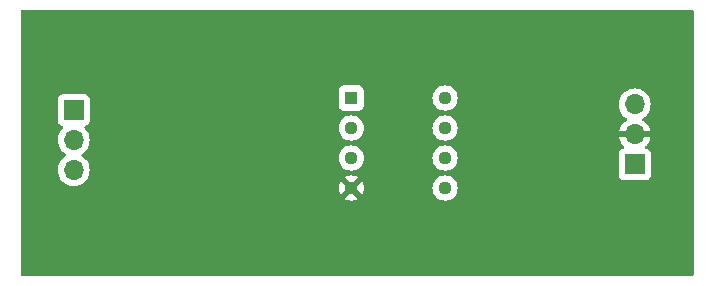
<source format=gbr>
%TF.GenerationSoftware,KiCad,Pcbnew,8.0.2*%
%TF.CreationDate,2024-07-10T18:46:51-04:00*%
%TF.ProjectId,EMGs,454d4773-2e6b-4696-9361-645f70636258,rev?*%
%TF.SameCoordinates,Original*%
%TF.FileFunction,Copper,L2,Bot*%
%TF.FilePolarity,Positive*%
%FSLAX46Y46*%
G04 Gerber Fmt 4.6, Leading zero omitted, Abs format (unit mm)*
G04 Created by KiCad (PCBNEW 8.0.2) date 2024-07-10 18:46:51*
%MOMM*%
%LPD*%
G01*
G04 APERTURE LIST*
%TA.AperFunction,ComponentPad*%
%ADD10R,1.130000X1.130000*%
%TD*%
%TA.AperFunction,ComponentPad*%
%ADD11C,1.130000*%
%TD*%
%TA.AperFunction,ComponentPad*%
%ADD12R,1.700000X1.700000*%
%TD*%
%TA.AperFunction,ComponentPad*%
%ADD13O,1.700000X1.700000*%
%TD*%
%TA.AperFunction,ViaPad*%
%ADD14C,0.600000*%
%TD*%
G04 APERTURE END LIST*
D10*
X151500000Y-91460000D03*
D11*
X151500000Y-94000000D03*
X151500000Y-96540000D03*
X151500000Y-99080000D03*
X159440000Y-99080000D03*
X159440000Y-96540000D03*
X159440000Y-94000000D03*
X159440000Y-91460000D03*
D12*
X175500000Y-97080000D03*
D13*
X175500000Y-94540000D03*
X175500000Y-92000000D03*
D12*
X128000000Y-92460000D03*
D13*
X128000000Y-95000000D03*
X128000000Y-97540000D03*
D14*
X137000000Y-100000000D03*
X135500000Y-95500000D03*
X171500000Y-91500000D03*
X179500000Y-85000000D03*
X165500000Y-93000000D03*
X124500000Y-104000000D03*
X158000000Y-104000000D03*
X146500000Y-88500000D03*
X172000000Y-95500000D03*
X150000000Y-99000000D03*
X124500000Y-85500000D03*
X163500000Y-104500000D03*
X155000000Y-93500000D03*
X166000000Y-86000000D03*
X174000000Y-88500000D03*
X174000000Y-94000000D03*
X179000000Y-105000000D03*
%TA.AperFunction,Conductor*%
G36*
X180442539Y-84020185D02*
G01*
X180488294Y-84072989D01*
X180499500Y-84124500D01*
X180499500Y-106375500D01*
X180479815Y-106442539D01*
X180427011Y-106488294D01*
X180375500Y-106499500D01*
X123624500Y-106499500D01*
X123557461Y-106479815D01*
X123511706Y-106427011D01*
X123500500Y-106375500D01*
X123500500Y-99080000D01*
X150429847Y-99080000D01*
X150450409Y-99288774D01*
X150511309Y-99489534D01*
X150589892Y-99636552D01*
X150589893Y-99636552D01*
X151135000Y-99091446D01*
X151135000Y-99128053D01*
X151159874Y-99220885D01*
X151207927Y-99304116D01*
X151275884Y-99372073D01*
X151359115Y-99420126D01*
X151451947Y-99445000D01*
X151488553Y-99445000D01*
X150943445Y-99990106D01*
X151090465Y-100068690D01*
X151291227Y-100129590D01*
X151291223Y-100129590D01*
X151500000Y-100150152D01*
X151708774Y-100129590D01*
X151909532Y-100068690D01*
X152056553Y-99990105D01*
X151511448Y-99445000D01*
X151548053Y-99445000D01*
X151640885Y-99420126D01*
X151724116Y-99372073D01*
X151792073Y-99304116D01*
X151840126Y-99220885D01*
X151865000Y-99128053D01*
X151865000Y-99091447D01*
X152410105Y-99636552D01*
X152488690Y-99489532D01*
X152549590Y-99288774D01*
X152570152Y-99080000D01*
X158369345Y-99080000D01*
X158389917Y-99288876D01*
X158450844Y-99489723D01*
X158549779Y-99674818D01*
X158549783Y-99674825D01*
X158682932Y-99837067D01*
X158845174Y-99970216D01*
X158845181Y-99970220D01*
X159029406Y-100068690D01*
X159030278Y-100069156D01*
X159231126Y-100130083D01*
X159440000Y-100150655D01*
X159648874Y-100130083D01*
X159849722Y-100069156D01*
X160034824Y-99970217D01*
X160197067Y-99837067D01*
X160330217Y-99674824D01*
X160429156Y-99489722D01*
X160490083Y-99288874D01*
X160510655Y-99080000D01*
X160490083Y-98871126D01*
X160429156Y-98670278D01*
X160330217Y-98485176D01*
X160330216Y-98485174D01*
X160197067Y-98322932D01*
X160034825Y-98189783D01*
X160034818Y-98189779D01*
X159849723Y-98090844D01*
X159648876Y-98029917D01*
X159440000Y-98009345D01*
X159231123Y-98029917D01*
X159030276Y-98090844D01*
X158845181Y-98189779D01*
X158845174Y-98189783D01*
X158682932Y-98322932D01*
X158549783Y-98485174D01*
X158549779Y-98485181D01*
X158450844Y-98670276D01*
X158389917Y-98871123D01*
X158369345Y-99080000D01*
X152570152Y-99080000D01*
X152549590Y-98871225D01*
X152488690Y-98670465D01*
X152410106Y-98523445D01*
X151865000Y-99068551D01*
X151865000Y-99031947D01*
X151840126Y-98939115D01*
X151792073Y-98855884D01*
X151724116Y-98787927D01*
X151640885Y-98739874D01*
X151548053Y-98715000D01*
X151511448Y-98715000D01*
X152056552Y-98169893D01*
X152056552Y-98169892D01*
X151909534Y-98091309D01*
X151708772Y-98030409D01*
X151708776Y-98030409D01*
X151500000Y-98009847D01*
X151291225Y-98030409D01*
X151090471Y-98091307D01*
X150943446Y-98169893D01*
X151488553Y-98715000D01*
X151451947Y-98715000D01*
X151359115Y-98739874D01*
X151275884Y-98787927D01*
X151207927Y-98855884D01*
X151159874Y-98939115D01*
X151135000Y-99031947D01*
X151135000Y-99068552D01*
X150589893Y-98523446D01*
X150511307Y-98670471D01*
X150450409Y-98871225D01*
X150429847Y-99080000D01*
X123500500Y-99080000D01*
X123500500Y-94999999D01*
X126644341Y-94999999D01*
X126644341Y-95000000D01*
X126664936Y-95235403D01*
X126664938Y-95235413D01*
X126726094Y-95463655D01*
X126726096Y-95463659D01*
X126726097Y-95463663D01*
X126819585Y-95664149D01*
X126825965Y-95677830D01*
X126825967Y-95677834D01*
X126961501Y-95871395D01*
X126961506Y-95871402D01*
X127128597Y-96038493D01*
X127128603Y-96038498D01*
X127314158Y-96168425D01*
X127357783Y-96223002D01*
X127364977Y-96292500D01*
X127333454Y-96354855D01*
X127314158Y-96371575D01*
X127128597Y-96501505D01*
X126961505Y-96668597D01*
X126825965Y-96862169D01*
X126825964Y-96862171D01*
X126726098Y-97076335D01*
X126726094Y-97076344D01*
X126664938Y-97304586D01*
X126664936Y-97304596D01*
X126644341Y-97539999D01*
X126644341Y-97540000D01*
X126664936Y-97775403D01*
X126664938Y-97775413D01*
X126726094Y-98003655D01*
X126726096Y-98003659D01*
X126726097Y-98003663D01*
X126825965Y-98217830D01*
X126825967Y-98217834D01*
X126874781Y-98287547D01*
X126961505Y-98411401D01*
X127128599Y-98578495D01*
X127225384Y-98646265D01*
X127322165Y-98714032D01*
X127322167Y-98714033D01*
X127322170Y-98714035D01*
X127536337Y-98813903D01*
X127764592Y-98875063D01*
X127952918Y-98891539D01*
X127999999Y-98895659D01*
X128000000Y-98895659D01*
X128000001Y-98895659D01*
X128039234Y-98892226D01*
X128235408Y-98875063D01*
X128463663Y-98813903D01*
X128677830Y-98714035D01*
X128871401Y-98578495D01*
X129038495Y-98411401D01*
X129174035Y-98217830D01*
X129273903Y-98003663D01*
X129335063Y-97775408D01*
X129355659Y-97540000D01*
X129335063Y-97304592D01*
X129273903Y-97076337D01*
X129174035Y-96862171D01*
X129094706Y-96748876D01*
X129038494Y-96668597D01*
X128909896Y-96540000D01*
X150429345Y-96540000D01*
X150449917Y-96748876D01*
X150510844Y-96949723D01*
X150609779Y-97134818D01*
X150609783Y-97134825D01*
X150742932Y-97297067D01*
X150905174Y-97430216D01*
X150905181Y-97430220D01*
X151090276Y-97529155D01*
X151090278Y-97529156D01*
X151291126Y-97590083D01*
X151500000Y-97610655D01*
X151708874Y-97590083D01*
X151909722Y-97529156D01*
X152094824Y-97430217D01*
X152257067Y-97297067D01*
X152390217Y-97134824D01*
X152489156Y-96949722D01*
X152550083Y-96748874D01*
X152570655Y-96540000D01*
X158369345Y-96540000D01*
X158389917Y-96748876D01*
X158450844Y-96949723D01*
X158549779Y-97134818D01*
X158549783Y-97134825D01*
X158682932Y-97297067D01*
X158845174Y-97430216D01*
X158845181Y-97430220D01*
X159030276Y-97529155D01*
X159030278Y-97529156D01*
X159231126Y-97590083D01*
X159440000Y-97610655D01*
X159648874Y-97590083D01*
X159849722Y-97529156D01*
X160034824Y-97430217D01*
X160197067Y-97297067D01*
X160330217Y-97134824D01*
X160429156Y-96949722D01*
X160490083Y-96748874D01*
X160510655Y-96540000D01*
X160490083Y-96331126D01*
X160429156Y-96130278D01*
X160352930Y-95987669D01*
X160330220Y-95945181D01*
X160330216Y-95945174D01*
X160197067Y-95782932D01*
X160034825Y-95649783D01*
X160034818Y-95649779D01*
X159849723Y-95550844D01*
X159648876Y-95489917D01*
X159440000Y-95469345D01*
X159231123Y-95489917D01*
X159030276Y-95550844D01*
X158845181Y-95649779D01*
X158845174Y-95649783D01*
X158682932Y-95782932D01*
X158549783Y-95945174D01*
X158549779Y-95945181D01*
X158450844Y-96130276D01*
X158389917Y-96331123D01*
X158369345Y-96540000D01*
X152570655Y-96540000D01*
X152550083Y-96331126D01*
X152489156Y-96130278D01*
X152412930Y-95987669D01*
X152390220Y-95945181D01*
X152390216Y-95945174D01*
X152257067Y-95782932D01*
X152094825Y-95649783D01*
X152094818Y-95649779D01*
X151909723Y-95550844D01*
X151708876Y-95489917D01*
X151500000Y-95469345D01*
X151291123Y-95489917D01*
X151090276Y-95550844D01*
X150905181Y-95649779D01*
X150905174Y-95649783D01*
X150742932Y-95782932D01*
X150609783Y-95945174D01*
X150609779Y-95945181D01*
X150510844Y-96130276D01*
X150449917Y-96331123D01*
X150429345Y-96540000D01*
X128909896Y-96540000D01*
X128871402Y-96501506D01*
X128871396Y-96501501D01*
X128685842Y-96371575D01*
X128642217Y-96316998D01*
X128635023Y-96247500D01*
X128666546Y-96185145D01*
X128685842Y-96168425D01*
X128751405Y-96122517D01*
X128871401Y-96038495D01*
X129038495Y-95871401D01*
X129174035Y-95677830D01*
X129273903Y-95463663D01*
X129335063Y-95235408D01*
X129355659Y-95000000D01*
X129335063Y-94764592D01*
X129273903Y-94536337D01*
X129174035Y-94322171D01*
X129111592Y-94232993D01*
X129038496Y-94128600D01*
X128983971Y-94074075D01*
X128916567Y-94006671D01*
X128912924Y-94000000D01*
X150429345Y-94000000D01*
X150449917Y-94208876D01*
X150510844Y-94409723D01*
X150609779Y-94594818D01*
X150609783Y-94594825D01*
X150742932Y-94757067D01*
X150905174Y-94890216D01*
X150905181Y-94890220D01*
X151090276Y-94989155D01*
X151090278Y-94989156D01*
X151291126Y-95050083D01*
X151500000Y-95070655D01*
X151708874Y-95050083D01*
X151909722Y-94989156D01*
X152094824Y-94890217D01*
X152257067Y-94757067D01*
X152390217Y-94594824D01*
X152489156Y-94409722D01*
X152550083Y-94208874D01*
X152570655Y-94000000D01*
X158369345Y-94000000D01*
X158389917Y-94208876D01*
X158450844Y-94409723D01*
X158549779Y-94594818D01*
X158549783Y-94594825D01*
X158682932Y-94757067D01*
X158845174Y-94890216D01*
X158845181Y-94890220D01*
X159030276Y-94989155D01*
X159030278Y-94989156D01*
X159231126Y-95050083D01*
X159440000Y-95070655D01*
X159648874Y-95050083D01*
X159849722Y-94989156D01*
X160034824Y-94890217D01*
X160197067Y-94757067D01*
X160330217Y-94594824D01*
X160429156Y-94409722D01*
X160490083Y-94208874D01*
X160510655Y-94000000D01*
X160490083Y-93791126D01*
X160429156Y-93590278D01*
X160381912Y-93501890D01*
X160330220Y-93405181D01*
X160330216Y-93405174D01*
X160197067Y-93242932D01*
X160034825Y-93109783D01*
X160034818Y-93109779D01*
X159849723Y-93010844D01*
X159648876Y-92949917D01*
X159440000Y-92929345D01*
X159231123Y-92949917D01*
X159030276Y-93010844D01*
X158845181Y-93109779D01*
X158845174Y-93109783D01*
X158682932Y-93242932D01*
X158549783Y-93405174D01*
X158549779Y-93405181D01*
X158450844Y-93590276D01*
X158389917Y-93791123D01*
X158369345Y-94000000D01*
X152570655Y-94000000D01*
X152550083Y-93791126D01*
X152489156Y-93590278D01*
X152441912Y-93501890D01*
X152390220Y-93405181D01*
X152390216Y-93405174D01*
X152257067Y-93242932D01*
X152094825Y-93109783D01*
X152094818Y-93109779D01*
X151909723Y-93010844D01*
X151708876Y-92949917D01*
X151500000Y-92929345D01*
X151291123Y-92949917D01*
X151090276Y-93010844D01*
X150905181Y-93109779D01*
X150905174Y-93109783D01*
X150742932Y-93242932D01*
X150609783Y-93405174D01*
X150609779Y-93405181D01*
X150510844Y-93590276D01*
X150449917Y-93791123D01*
X150429345Y-94000000D01*
X128912924Y-94000000D01*
X128883084Y-93945351D01*
X128888068Y-93875659D01*
X128929939Y-93819725D01*
X128960915Y-93802810D01*
X129092331Y-93753796D01*
X129207546Y-93667546D01*
X129293796Y-93552331D01*
X129344091Y-93417483D01*
X129350500Y-93357873D01*
X129350499Y-91562128D01*
X129344091Y-91502517D01*
X129328233Y-91460000D01*
X129293797Y-91367671D01*
X129293793Y-91367664D01*
X129207547Y-91252455D01*
X129207544Y-91252452D01*
X129092335Y-91166206D01*
X129092328Y-91166202D01*
X128957482Y-91115908D01*
X128957483Y-91115908D01*
X128897883Y-91109501D01*
X128897881Y-91109500D01*
X128897873Y-91109500D01*
X128897864Y-91109500D01*
X127102129Y-91109500D01*
X127102123Y-91109501D01*
X127042516Y-91115908D01*
X126907671Y-91166202D01*
X126907664Y-91166206D01*
X126792455Y-91252452D01*
X126792452Y-91252455D01*
X126706206Y-91367664D01*
X126706202Y-91367671D01*
X126655908Y-91502517D01*
X126652272Y-91536344D01*
X126649501Y-91562123D01*
X126649500Y-91562135D01*
X126649500Y-93357870D01*
X126649501Y-93357876D01*
X126655908Y-93417483D01*
X126706202Y-93552328D01*
X126706206Y-93552335D01*
X126792452Y-93667544D01*
X126792455Y-93667547D01*
X126907664Y-93753793D01*
X126907671Y-93753797D01*
X127039081Y-93802810D01*
X127095015Y-93844681D01*
X127119432Y-93910145D01*
X127104580Y-93978418D01*
X127083430Y-94006673D01*
X126961503Y-94128600D01*
X126825965Y-94322169D01*
X126825964Y-94322171D01*
X126726098Y-94536335D01*
X126726094Y-94536344D01*
X126664938Y-94764586D01*
X126664936Y-94764596D01*
X126644341Y-94999999D01*
X123500500Y-94999999D01*
X123500500Y-90847135D01*
X150434500Y-90847135D01*
X150434500Y-92072870D01*
X150434501Y-92072876D01*
X150440908Y-92132483D01*
X150491202Y-92267328D01*
X150491206Y-92267335D01*
X150577452Y-92382544D01*
X150577455Y-92382547D01*
X150692664Y-92468793D01*
X150692671Y-92468797D01*
X150827517Y-92519091D01*
X150827516Y-92519091D01*
X150834444Y-92519835D01*
X150887127Y-92525500D01*
X152112872Y-92525499D01*
X152172483Y-92519091D01*
X152307331Y-92468796D01*
X152422546Y-92382546D01*
X152508796Y-92267331D01*
X152559091Y-92132483D01*
X152565500Y-92072873D01*
X152565499Y-91460000D01*
X158369345Y-91460000D01*
X158389917Y-91668876D01*
X158450844Y-91869723D01*
X158549779Y-92054818D01*
X158549783Y-92054825D01*
X158682932Y-92217067D01*
X158845174Y-92350216D01*
X158845181Y-92350220D01*
X158905659Y-92382546D01*
X159030278Y-92449156D01*
X159231126Y-92510083D01*
X159440000Y-92530655D01*
X159648874Y-92510083D01*
X159849722Y-92449156D01*
X160034824Y-92350217D01*
X160197067Y-92217067D01*
X160330217Y-92054824D01*
X160359522Y-91999999D01*
X174144341Y-91999999D01*
X174144341Y-92000000D01*
X174164936Y-92235403D01*
X174164938Y-92235413D01*
X174226094Y-92463655D01*
X174226096Y-92463659D01*
X174226097Y-92463663D01*
X174257336Y-92530654D01*
X174325965Y-92677830D01*
X174325967Y-92677834D01*
X174461501Y-92871395D01*
X174461506Y-92871402D01*
X174628597Y-93038493D01*
X174628603Y-93038498D01*
X174814594Y-93168730D01*
X174858219Y-93223307D01*
X174865413Y-93292805D01*
X174833890Y-93355160D01*
X174814595Y-93371880D01*
X174628922Y-93501890D01*
X174628920Y-93501891D01*
X174461891Y-93668920D01*
X174461886Y-93668926D01*
X174326400Y-93862420D01*
X174326399Y-93862422D01*
X174226570Y-94076507D01*
X174226567Y-94076513D01*
X174169364Y-94289999D01*
X174169364Y-94290000D01*
X175066988Y-94290000D01*
X175034075Y-94347007D01*
X175000000Y-94474174D01*
X175000000Y-94605826D01*
X175034075Y-94732993D01*
X175066988Y-94790000D01*
X174169364Y-94790000D01*
X174226567Y-95003486D01*
X174226570Y-95003492D01*
X174326399Y-95217578D01*
X174461894Y-95411082D01*
X174583946Y-95533134D01*
X174617431Y-95594457D01*
X174612447Y-95664149D01*
X174570575Y-95720082D01*
X174539598Y-95736997D01*
X174407671Y-95786202D01*
X174407664Y-95786206D01*
X174292455Y-95872452D01*
X174292452Y-95872455D01*
X174206206Y-95987664D01*
X174206202Y-95987671D01*
X174155908Y-96122517D01*
X174150973Y-96168425D01*
X174149501Y-96182123D01*
X174149500Y-96182135D01*
X174149500Y-97977870D01*
X174149501Y-97977876D01*
X174155908Y-98037483D01*
X174206202Y-98172328D01*
X174206206Y-98172335D01*
X174292452Y-98287544D01*
X174292455Y-98287547D01*
X174407664Y-98373793D01*
X174407671Y-98373797D01*
X174542517Y-98424091D01*
X174542516Y-98424091D01*
X174549444Y-98424835D01*
X174602127Y-98430500D01*
X176397872Y-98430499D01*
X176457483Y-98424091D01*
X176592331Y-98373796D01*
X176707546Y-98287546D01*
X176793796Y-98172331D01*
X176844091Y-98037483D01*
X176850500Y-97977873D01*
X176850499Y-96182128D01*
X176844091Y-96122517D01*
X176793796Y-95987669D01*
X176793795Y-95987668D01*
X176793793Y-95987664D01*
X176707547Y-95872455D01*
X176707544Y-95872452D01*
X176592335Y-95786206D01*
X176592328Y-95786202D01*
X176460401Y-95736997D01*
X176404467Y-95695126D01*
X176380050Y-95629662D01*
X176394902Y-95561389D01*
X176416053Y-95533133D01*
X176538108Y-95411078D01*
X176673600Y-95217578D01*
X176773429Y-95003492D01*
X176773432Y-95003486D01*
X176830636Y-94790000D01*
X175933012Y-94790000D01*
X175965925Y-94732993D01*
X176000000Y-94605826D01*
X176000000Y-94474174D01*
X175965925Y-94347007D01*
X175933012Y-94290000D01*
X176830636Y-94290000D01*
X176830635Y-94289999D01*
X176773432Y-94076513D01*
X176773429Y-94076507D01*
X176673600Y-93862422D01*
X176673599Y-93862420D01*
X176538113Y-93668926D01*
X176538108Y-93668920D01*
X176371078Y-93501890D01*
X176185405Y-93371879D01*
X176141780Y-93317302D01*
X176134588Y-93247804D01*
X176166110Y-93185449D01*
X176185406Y-93168730D01*
X176269591Y-93109783D01*
X176371401Y-93038495D01*
X176538495Y-92871401D01*
X176674035Y-92677830D01*
X176773903Y-92463663D01*
X176835063Y-92235408D01*
X176855659Y-92000000D01*
X176835063Y-91764592D01*
X176788626Y-91591285D01*
X176773905Y-91536344D01*
X176773904Y-91536343D01*
X176773903Y-91536337D01*
X176674035Y-91322171D01*
X176625218Y-91252452D01*
X176538494Y-91128597D01*
X176371402Y-90961506D01*
X176371395Y-90961501D01*
X176177834Y-90825967D01*
X176177830Y-90825965D01*
X176095376Y-90787516D01*
X175963663Y-90726097D01*
X175963659Y-90726096D01*
X175963655Y-90726094D01*
X175735413Y-90664938D01*
X175735403Y-90664936D01*
X175500001Y-90644341D01*
X175499999Y-90644341D01*
X175264596Y-90664936D01*
X175264586Y-90664938D01*
X175036344Y-90726094D01*
X175036335Y-90726098D01*
X174822171Y-90825964D01*
X174822169Y-90825965D01*
X174628597Y-90961505D01*
X174461505Y-91128597D01*
X174325965Y-91322169D01*
X174325964Y-91322171D01*
X174226098Y-91536335D01*
X174226094Y-91536344D01*
X174164938Y-91764586D01*
X174164936Y-91764596D01*
X174144341Y-91999999D01*
X160359522Y-91999999D01*
X160429156Y-91869722D01*
X160490083Y-91668874D01*
X160510655Y-91460000D01*
X160490083Y-91251126D01*
X160429156Y-91050278D01*
X160429155Y-91050276D01*
X160330220Y-90865181D01*
X160330216Y-90865174D01*
X160197067Y-90702932D01*
X160034825Y-90569783D01*
X160034818Y-90569779D01*
X159849723Y-90470844D01*
X159648876Y-90409917D01*
X159440000Y-90389345D01*
X159231123Y-90409917D01*
X159030276Y-90470844D01*
X158845181Y-90569779D01*
X158845174Y-90569783D01*
X158682932Y-90702932D01*
X158549783Y-90865174D01*
X158549779Y-90865181D01*
X158450844Y-91050276D01*
X158389917Y-91251123D01*
X158369345Y-91460000D01*
X152565499Y-91460000D01*
X152565499Y-90847128D01*
X152559091Y-90787517D01*
X152536183Y-90726098D01*
X152508797Y-90652671D01*
X152508793Y-90652664D01*
X152422547Y-90537455D01*
X152422544Y-90537452D01*
X152307335Y-90451206D01*
X152307328Y-90451202D01*
X152172482Y-90400908D01*
X152172483Y-90400908D01*
X152112883Y-90394501D01*
X152112881Y-90394500D01*
X152112873Y-90394500D01*
X152112864Y-90394500D01*
X150887129Y-90394500D01*
X150887123Y-90394501D01*
X150827516Y-90400908D01*
X150692671Y-90451202D01*
X150692664Y-90451206D01*
X150577455Y-90537452D01*
X150577452Y-90537455D01*
X150491206Y-90652664D01*
X150491202Y-90652671D01*
X150440908Y-90787517D01*
X150436775Y-90825964D01*
X150434501Y-90847123D01*
X150434500Y-90847135D01*
X123500500Y-90847135D01*
X123500500Y-84124500D01*
X123520185Y-84057461D01*
X123572989Y-84011706D01*
X123624500Y-84000500D01*
X180375500Y-84000500D01*
X180442539Y-84020185D01*
G37*
%TD.AperFunction*%
M02*

</source>
